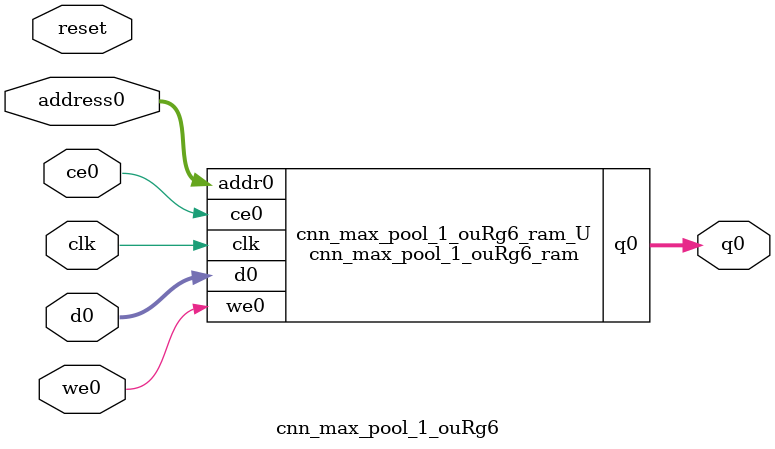
<source format=v>
`timescale 1 ns / 1 ps
module cnn_max_pool_1_ouRg6_ram (addr0, ce0, d0, we0, q0,  clk);

parameter DWIDTH = 14;
parameter AWIDTH = 10;
parameter MEM_SIZE = 1014;

input[AWIDTH-1:0] addr0;
input ce0;
input[DWIDTH-1:0] d0;
input we0;
output reg[DWIDTH-1:0] q0;
input clk;

(* ram_style = "block" *)reg [DWIDTH-1:0] ram[0:MEM_SIZE-1];




always @(posedge clk)  
begin 
    if (ce0) 
    begin
        if (we0) 
        begin 
            ram[addr0] <= d0; 
        end 
        q0 <= ram[addr0];
    end
end


endmodule

`timescale 1 ns / 1 ps
module cnn_max_pool_1_ouRg6(
    reset,
    clk,
    address0,
    ce0,
    we0,
    d0,
    q0);

parameter DataWidth = 32'd14;
parameter AddressRange = 32'd1014;
parameter AddressWidth = 32'd10;
input reset;
input clk;
input[AddressWidth - 1:0] address0;
input ce0;
input we0;
input[DataWidth - 1:0] d0;
output[DataWidth - 1:0] q0;



cnn_max_pool_1_ouRg6_ram cnn_max_pool_1_ouRg6_ram_U(
    .clk( clk ),
    .addr0( address0 ),
    .ce0( ce0 ),
    .we0( we0 ),
    .d0( d0 ),
    .q0( q0 ));

endmodule


</source>
